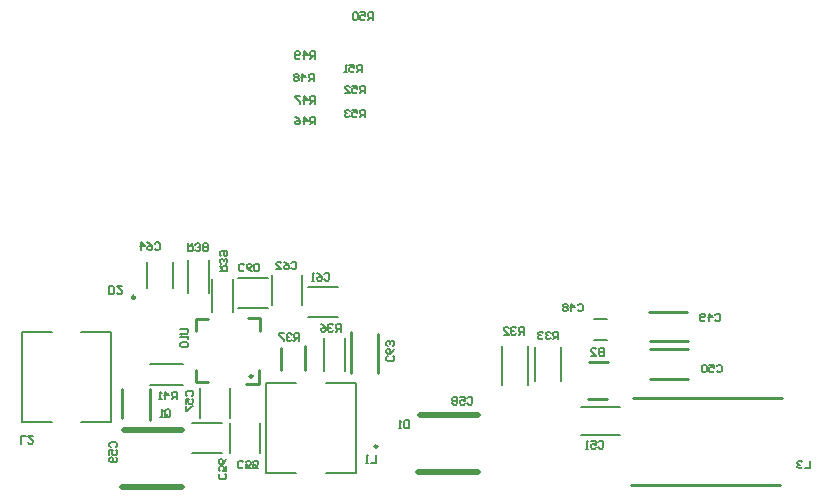
<source format=gbo>
G04*
G04 #@! TF.GenerationSoftware,Altium Limited,Altium Designer,22.0.2 (36)*
G04*
G04 Layer_Color=32896*
%FSLAX24Y24*%
%MOIN*%
G70*
G04*
G04 #@! TF.SameCoordinates,DE06566D-9B10-4468-8ADE-4E205E6E5B4C*
G04*
G04*
G04 #@! TF.FilePolarity,Positive*
G04*
G01*
G75*
%ADD10C,0.0098*%
%ADD11C,0.0079*%
%ADD13C,0.0100*%
%ADD16C,0.0050*%
%ADD90C,0.0200*%
%ADD111C,0.0059*%
D10*
X18628Y16214D02*
G03*
X18628Y16214I-49J0D01*
G01*
X26709Y11244D02*
G03*
X26709Y11244I-49J0D01*
G01*
X24280Y13795D02*
Y14583D01*
X23492Y13795D02*
Y14543D01*
D11*
X17846Y12054D02*
Y15046D01*
X14854Y12054D02*
Y15046D01*
X16842Y12054D02*
X17846D01*
X16842Y15046D02*
X17846D01*
X14854Y12054D02*
X15858D01*
X14854Y15046D02*
X15858D01*
X22052Y15854D02*
X23052D01*
X22052Y16854D02*
X23052D01*
X22806Y11027D02*
Y12027D01*
X21806Y11027D02*
Y12027D01*
X20537Y11014D02*
X21537D01*
X20537Y12014D02*
X21537D01*
X20781Y12205D02*
Y13205D01*
X21781Y12205D02*
Y13205D01*
X23182Y15956D02*
Y16956D01*
X24182Y15956D02*
Y16956D01*
X24384Y15567D02*
X25384D01*
X24384Y16567D02*
X25384D01*
X19040Y16526D02*
Y17392D01*
X19886Y16526D02*
Y17392D01*
X25991Y10373D02*
Y13365D01*
X22999Y10373D02*
Y13365D01*
X24987Y10373D02*
X25991D01*
X24987Y13365D02*
X25991D01*
X22999Y10373D02*
X24002D01*
X22999Y13365D02*
X24002D01*
X33932Y15504D02*
X34365D01*
X33932Y14796D02*
X34365D01*
X31745Y13303D02*
Y14605D01*
X30855Y13303D02*
Y14605D01*
X31974Y13428D02*
Y14572D01*
X32826Y13428D02*
Y14572D01*
X33498Y11635D02*
X34802D01*
X33498Y12565D02*
X34802D01*
D13*
X22548Y13583D02*
G03*
X22548Y13583I-50J0D01*
G01*
X18185Y12182D02*
Y13167D01*
X19130Y12143D02*
Y13167D01*
X22748Y13333D02*
Y13786D01*
X22345Y13333D02*
X22748D01*
X22401Y15533D02*
X22798D01*
Y15086D02*
Y15533D01*
X20648Y13383D02*
X21060D01*
X20648D02*
Y13786D01*
Y15483D02*
X21048D01*
X20648Y15083D02*
Y15483D01*
X26721Y13699D02*
Y14999D01*
X25821Y13699D02*
Y15049D01*
X33720Y12840D02*
X34350D01*
X33750Y14048D02*
X34380D01*
X35164Y9959D02*
X40124D01*
X35244Y12869D02*
X40194D01*
X35779Y15742D02*
X37039D01*
X35798Y14768D02*
X37058D01*
X35811Y13508D02*
X37071D01*
X35792Y14482D02*
X37052D01*
D16*
X19645Y12274D02*
Y12440D01*
X19686Y12482D01*
X19770D01*
X19811Y12440D01*
Y12274D01*
X19770Y12232D01*
X19686D01*
X19728Y12315D02*
X19645Y12232D01*
X19686D02*
X19645Y12274D01*
X19561Y12232D02*
X19478D01*
X19520D01*
Y12482D01*
X19561Y12440D01*
X24104Y14761D02*
Y15011D01*
X23979D01*
X23937Y14969D01*
Y14886D01*
X23979Y14844D01*
X24104D01*
X24021D02*
X23937Y14761D01*
X23854Y14969D02*
X23812Y15011D01*
X23729D01*
X23687Y14969D01*
Y14928D01*
X23729Y14886D01*
X23771D01*
X23729D01*
X23687Y14844D01*
Y14803D01*
X23729Y14761D01*
X23812D01*
X23854Y14803D01*
X23604Y15011D02*
X23438D01*
Y14969D01*
X23604Y14803D01*
Y14761D01*
X22269Y17124D02*
X22227Y17083D01*
X22144D01*
X22102Y17124D01*
Y17291D01*
X22144Y17333D01*
X22227D01*
X22269Y17291D01*
X22519Y17083D02*
X22436Y17124D01*
X22352Y17208D01*
Y17291D01*
X22394Y17333D01*
X22477D01*
X22519Y17291D01*
Y17249D01*
X22477Y17208D01*
X22352D01*
X22602Y17124D02*
X22644Y17083D01*
X22727D01*
X22769Y17124D01*
Y17291D01*
X22727Y17333D01*
X22644D01*
X22602Y17291D01*
Y17124D01*
X21633Y10333D02*
X21675Y10292D01*
Y10208D01*
X21633Y10167D01*
X21467D01*
X21425Y10208D01*
Y10292D01*
X21467Y10333D01*
X21675Y10583D02*
Y10417D01*
X21550D01*
X21592Y10500D01*
Y10542D01*
X21550Y10583D01*
X21467D01*
X21425Y10542D01*
Y10458D01*
X21467Y10417D01*
X21675Y10833D02*
X21633Y10750D01*
X21550Y10667D01*
X21467D01*
X21425Y10708D01*
Y10792D01*
X21467Y10833D01*
X21508D01*
X21550Y10792D01*
Y10667D01*
X22233Y10567D02*
X22192Y10525D01*
X22108D01*
X22067Y10567D01*
Y10733D01*
X22108Y10775D01*
X22192D01*
X22233Y10733D01*
X22483Y10525D02*
X22317D01*
Y10650D01*
X22400Y10608D01*
X22442D01*
X22483Y10650D01*
Y10733D01*
X22442Y10775D01*
X22358D01*
X22317Y10733D01*
X22733Y10525D02*
X22567D01*
Y10650D01*
X22650Y10608D01*
X22692D01*
X22733Y10650D01*
Y10733D01*
X22692Y10775D01*
X22608D01*
X22567Y10733D01*
X23839Y17364D02*
X23880Y17406D01*
X23964D01*
X24005Y17364D01*
Y17198D01*
X23964Y17156D01*
X23880D01*
X23839Y17198D01*
X23589Y17406D02*
X23672Y17364D01*
X23755Y17281D01*
Y17198D01*
X23714Y17156D01*
X23630D01*
X23589Y17198D01*
Y17239D01*
X23630Y17281D01*
X23755D01*
X23339Y17156D02*
X23505D01*
X23339Y17322D01*
Y17364D01*
X23380Y17406D01*
X23464D01*
X23505Y17364D01*
X24941Y16984D02*
X24983Y17026D01*
X25066D01*
X25108Y16984D01*
Y16818D01*
X25066Y16776D01*
X24983D01*
X24941Y16818D01*
X24691Y17026D02*
X24775Y16984D01*
X24858Y16901D01*
Y16818D01*
X24816Y16776D01*
X24733D01*
X24691Y16818D01*
Y16859D01*
X24733Y16901D01*
X24858D01*
X24608Y16776D02*
X24525D01*
X24566D01*
Y17026D01*
X24608Y16984D01*
X20359Y12924D02*
X20317Y12966D01*
Y13049D01*
X20359Y13091D01*
X20526D01*
X20567Y13049D01*
Y12966D01*
X20526Y12924D01*
X20317Y12674D02*
Y12841D01*
X20442D01*
X20401Y12758D01*
Y12716D01*
X20442Y12674D01*
X20526D01*
X20567Y12716D01*
Y12799D01*
X20526Y12841D01*
X20317Y12591D02*
Y12424D01*
X20359D01*
X20526Y12591D01*
X20567D01*
X20016Y12820D02*
Y13069D01*
X19891D01*
X19850Y13028D01*
Y12945D01*
X19891Y12903D01*
X20016D01*
X19933D02*
X19850Y12820D01*
X19641D02*
Y13069D01*
X19766Y12945D01*
X19600D01*
X19516Y12820D02*
X19433D01*
X19475D01*
Y13069D01*
X19516Y13028D01*
X21461Y17090D02*
X21711D01*
Y17215D01*
X21670Y17257D01*
X21586D01*
X21545Y17215D01*
Y17090D01*
Y17174D02*
X21461Y17257D01*
X21670Y17340D02*
X21711Y17382D01*
Y17465D01*
X21670Y17507D01*
X21628D01*
X21586Y17465D01*
Y17423D01*
Y17465D01*
X21545Y17507D01*
X21503D01*
X21461Y17465D01*
Y17382D01*
X21503Y17340D01*
Y17590D02*
X21461Y17632D01*
Y17715D01*
X21503Y17757D01*
X21670D01*
X21711Y17715D01*
Y17632D01*
X21670Y17590D01*
X21628D01*
X21586Y17632D01*
Y17757D01*
X20391Y18015D02*
Y17765D01*
X20516D01*
X20558Y17807D01*
Y17890D01*
X20516Y17932D01*
X20391D01*
X20474D02*
X20558Y18015D01*
X20641Y17807D02*
X20683Y17765D01*
X20766D01*
X20808Y17807D01*
Y17849D01*
X20766Y17890D01*
X20724D01*
X20766D01*
X20808Y17932D01*
Y17974D01*
X20766Y18015D01*
X20683D01*
X20641Y17974D01*
X20891Y17807D02*
X20933Y17765D01*
X21016D01*
X21058Y17807D01*
Y17849D01*
X21016Y17890D01*
X21058Y17932D01*
Y17974D01*
X21016Y18015D01*
X20933D01*
X20891Y17974D01*
Y17932D01*
X20933Y17890D01*
X20891Y17849D01*
Y17807D01*
X20933Y17890D02*
X21016D01*
X25483Y15075D02*
Y15325D01*
X25358D01*
X25317Y15283D01*
Y15200D01*
X25358Y15158D01*
X25483D01*
X25400D02*
X25317Y15075D01*
X25233Y15283D02*
X25192Y15325D01*
X25108D01*
X25067Y15283D01*
Y15242D01*
X25108Y15200D01*
X25150D01*
X25108D01*
X25067Y15158D01*
Y15117D01*
X25108Y15075D01*
X25192D01*
X25233Y15117D01*
X24817Y15325D02*
X24900Y15283D01*
X24983Y15200D01*
Y15117D01*
X24942Y15075D01*
X24858D01*
X24817Y15117D01*
Y15158D01*
X24858Y15200D01*
X24983D01*
X20142Y15169D02*
X20350D01*
X20392Y15127D01*
Y15044D01*
X20350Y15002D01*
X20142D01*
X20392Y14919D02*
Y14836D01*
Y14877D01*
X20142D01*
X20184Y14919D01*
Y14711D02*
X20142Y14669D01*
Y14586D01*
X20184Y14544D01*
X20350D01*
X20392Y14586D01*
Y14669D01*
X20350Y14711D01*
X20184D01*
X17817Y11217D02*
X17775Y11258D01*
Y11342D01*
X17817Y11383D01*
X17983D01*
X18025Y11342D01*
Y11258D01*
X17983Y11217D01*
X17775Y10967D02*
Y11133D01*
X17900D01*
X17858Y11050D01*
Y11008D01*
X17900Y10967D01*
X17983D01*
X18025Y11008D01*
Y11092D01*
X17983Y11133D01*
Y10883D02*
X18025Y10842D01*
Y10758D01*
X17983Y10717D01*
X17817D01*
X17775Y10758D01*
Y10842D01*
X17817Y10883D01*
X17858D01*
X17900Y10842D01*
Y10717D01*
X29711Y12850D02*
X29752Y12892D01*
X29836D01*
X29877Y12850D01*
Y12683D01*
X29836Y12642D01*
X29752D01*
X29711Y12683D01*
X29461Y12892D02*
X29628D01*
Y12767D01*
X29544Y12808D01*
X29503D01*
X29461Y12767D01*
Y12683D01*
X29503Y12642D01*
X29586D01*
X29628Y12683D01*
X29378Y12850D02*
X29336Y12892D01*
X29253D01*
X29211Y12850D01*
Y12808D01*
X29253Y12767D01*
X29211Y12725D01*
Y12683D01*
X29253Y12642D01*
X29336D01*
X29378Y12683D01*
Y12725D01*
X29336Y12767D01*
X29378Y12808D01*
Y12850D01*
X29336Y12767D02*
X29253D01*
X14814Y11338D02*
Y11587D01*
X14981D01*
X15231D02*
X15064D01*
X15231Y11421D01*
Y11379D01*
X15189Y11338D01*
X15106D01*
X15064Y11379D01*
X26651Y10958D02*
Y10708D01*
X26484D01*
X26401D02*
X26318D01*
X26359D01*
Y10958D01*
X26401Y10916D01*
X17778Y16330D02*
Y16580D01*
X17903D01*
X17945Y16538D01*
Y16372D01*
X17903Y16330D01*
X17778D01*
X18195Y16580D02*
X18028D01*
X18195Y16413D01*
Y16372D01*
X18153Y16330D01*
X18070D01*
X18028Y16372D01*
X27748Y12112D02*
Y11862D01*
X27623D01*
X27581Y11904D01*
Y12071D01*
X27623Y12112D01*
X27748D01*
X27498Y11862D02*
X27415D01*
X27456D01*
Y12112D01*
X27498Y12071D01*
X19288Y18005D02*
X19330Y18047D01*
X19413D01*
X19455Y18005D01*
Y17839D01*
X19413Y17797D01*
X19330D01*
X19288Y17839D01*
X19038Y18047D02*
X19121Y18005D01*
X19205Y17922D01*
Y17839D01*
X19163Y17797D01*
X19080D01*
X19038Y17839D01*
Y17880D01*
X19080Y17922D01*
X19205D01*
X18830Y17797D02*
Y18047D01*
X18955Y17922D01*
X18788D01*
X27217Y14253D02*
X27259Y14211D01*
Y14128D01*
X27217Y14086D01*
X27051D01*
X27009Y14128D01*
Y14211D01*
X27051Y14253D01*
X27259Y14503D02*
X27217Y14419D01*
X27134Y14336D01*
X27051D01*
X27009Y14378D01*
Y14461D01*
X27051Y14503D01*
X27092D01*
X27134Y14461D01*
Y14336D01*
X27217Y14586D02*
X27259Y14628D01*
Y14711D01*
X27217Y14753D01*
X27176D01*
X27134Y14711D01*
Y14669D01*
Y14711D01*
X27092Y14753D01*
X27051D01*
X27009Y14711D01*
Y14628D01*
X27051Y14586D01*
X26283Y22225D02*
Y22475D01*
X26158D01*
X26117Y22433D01*
Y22350D01*
X26158Y22308D01*
X26283D01*
X26200D02*
X26117Y22225D01*
X25867Y22475D02*
X26033D01*
Y22350D01*
X25950Y22392D01*
X25908D01*
X25867Y22350D01*
Y22267D01*
X25908Y22225D01*
X25992D01*
X26033Y22267D01*
X25783Y22433D02*
X25742Y22475D01*
X25658D01*
X25617Y22433D01*
Y22392D01*
X25658Y22350D01*
X25700D01*
X25658D01*
X25617Y22308D01*
Y22267D01*
X25658Y22225D01*
X25742D01*
X25783Y22267D01*
X26283Y23025D02*
Y23275D01*
X26158D01*
X26117Y23233D01*
Y23150D01*
X26158Y23108D01*
X26283D01*
X26200D02*
X26117Y23025D01*
X25867Y23275D02*
X26033D01*
Y23150D01*
X25950Y23192D01*
X25908D01*
X25867Y23150D01*
Y23067D01*
X25908Y23025D01*
X25992D01*
X26033Y23067D01*
X25617Y23025D02*
X25783D01*
X25617Y23192D01*
Y23233D01*
X25658Y23275D01*
X25742D01*
X25783Y23233D01*
X26192Y23725D02*
Y23975D01*
X26067D01*
X26025Y23933D01*
Y23850D01*
X26067Y23808D01*
X26192D01*
X26108D02*
X26025Y23725D01*
X25775Y23975D02*
X25942D01*
Y23850D01*
X25858Y23892D01*
X25817D01*
X25775Y23850D01*
Y23767D01*
X25817Y23725D01*
X25900D01*
X25942Y23767D01*
X25692Y23725D02*
X25608D01*
X25650D01*
Y23975D01*
X25692Y23933D01*
X26550Y25460D02*
Y25710D01*
X26425D01*
X26383Y25668D01*
Y25585D01*
X26425Y25543D01*
X26550D01*
X26467D02*
X26383Y25460D01*
X26133Y25710D02*
X26300D01*
Y25585D01*
X26217Y25627D01*
X26175D01*
X26133Y25585D01*
Y25502D01*
X26175Y25460D01*
X26258D01*
X26300Y25502D01*
X26050Y25668D02*
X26009Y25710D01*
X25925D01*
X25884Y25668D01*
Y25502D01*
X25925Y25460D01*
X26009D01*
X26050Y25502D01*
Y25668D01*
X24633Y24162D02*
Y24412D01*
X24508D01*
X24466Y24370D01*
Y24287D01*
X24508Y24245D01*
X24633D01*
X24550D02*
X24466Y24162D01*
X24258D02*
Y24412D01*
X24383Y24287D01*
X24216D01*
X24133Y24203D02*
X24091Y24162D01*
X24008D01*
X23966Y24203D01*
Y24370D01*
X24008Y24412D01*
X24091D01*
X24133Y24370D01*
Y24328D01*
X24091Y24287D01*
X23966D01*
X24583Y23425D02*
Y23675D01*
X24458D01*
X24417Y23633D01*
Y23550D01*
X24458Y23508D01*
X24583D01*
X24500D02*
X24417Y23425D01*
X24208D02*
Y23675D01*
X24333Y23550D01*
X24167D01*
X24083Y23633D02*
X24042Y23675D01*
X23958D01*
X23917Y23633D01*
Y23592D01*
X23958Y23550D01*
X23917Y23508D01*
Y23467D01*
X23958Y23425D01*
X24042D01*
X24083Y23467D01*
Y23508D01*
X24042Y23550D01*
X24083Y23592D01*
Y23633D01*
X24042Y23550D02*
X23958D01*
X24633Y22675D02*
Y22925D01*
X24508D01*
X24467Y22883D01*
Y22800D01*
X24508Y22758D01*
X24633D01*
X24550D02*
X24467Y22675D01*
X24258D02*
Y22925D01*
X24383Y22800D01*
X24217D01*
X24133Y22925D02*
X23967D01*
Y22883D01*
X24133Y22717D01*
Y22675D01*
X24633Y21981D02*
Y22231D01*
X24508D01*
X24466Y22190D01*
Y22106D01*
X24508Y22065D01*
X24633D01*
X24550D02*
X24466Y21981D01*
X24258D02*
Y22231D01*
X24383Y22106D01*
X24216D01*
X23966Y22231D02*
X24050Y22190D01*
X24133Y22106D01*
Y22023D01*
X24091Y21981D01*
X24008D01*
X23966Y22023D01*
Y22065D01*
X24008Y22106D01*
X24133D01*
X41123Y10764D02*
Y10515D01*
X40956D01*
X40873Y10723D02*
X40831Y10764D01*
X40748D01*
X40706Y10723D01*
Y10681D01*
X40748Y10639D01*
X40789D01*
X40748D01*
X40706Y10598D01*
Y10556D01*
X40748Y10515D01*
X40831D01*
X40873Y10556D01*
X34075Y11383D02*
X34117Y11425D01*
X34200D01*
X34242Y11383D01*
Y11217D01*
X34200Y11175D01*
X34117D01*
X34075Y11217D01*
X33825Y11425D02*
X33992D01*
Y11300D01*
X33908Y11342D01*
X33867D01*
X33825Y11300D01*
Y11217D01*
X33867Y11175D01*
X33950D01*
X33992Y11217D01*
X33742Y11175D02*
X33658D01*
X33700D01*
Y11425D01*
X33742Y11383D01*
X34258Y14525D02*
Y14275D01*
X34133D01*
X34092Y14317D01*
Y14358D01*
X34133Y14400D01*
X34258D01*
X34133D01*
X34092Y14442D01*
Y14483D01*
X34133Y14525D01*
X34258D01*
X33842Y14275D02*
X34008D01*
X33842Y14442D01*
Y14483D01*
X33883Y14525D01*
X33967D01*
X34008Y14483D01*
X32733Y14825D02*
Y15075D01*
X32608D01*
X32567Y15033D01*
Y14950D01*
X32608Y14908D01*
X32733D01*
X32650D02*
X32567Y14825D01*
X32483Y15033D02*
X32442Y15075D01*
X32358D01*
X32317Y15033D01*
Y14992D01*
X32358Y14950D01*
X32400D01*
X32358D01*
X32317Y14908D01*
Y14867D01*
X32358Y14825D01*
X32442D01*
X32483Y14867D01*
X32233Y15033D02*
X32192Y15075D01*
X32108D01*
X32067Y15033D01*
Y14992D01*
X32108Y14950D01*
X32150D01*
X32108D01*
X32067Y14908D01*
Y14867D01*
X32108Y14825D01*
X32192D01*
X32233Y14867D01*
X31583Y14975D02*
Y15225D01*
X31458D01*
X31417Y15183D01*
Y15100D01*
X31458Y15058D01*
X31583D01*
X31500D02*
X31417Y14975D01*
X31333Y15183D02*
X31292Y15225D01*
X31208D01*
X31167Y15183D01*
Y15142D01*
X31208Y15100D01*
X31250D01*
X31208D01*
X31167Y15058D01*
Y15017D01*
X31208Y14975D01*
X31292D01*
X31333Y15017D01*
X30917Y14975D02*
X31083D01*
X30917Y15142D01*
Y15183D01*
X30958Y15225D01*
X31042D01*
X31083Y15183D01*
X38017Y13933D02*
X38058Y13975D01*
X38142D01*
X38183Y13933D01*
Y13767D01*
X38142Y13725D01*
X38058D01*
X38017Y13767D01*
X37767Y13975D02*
X37933D01*
Y13850D01*
X37850Y13892D01*
X37808D01*
X37767Y13850D01*
Y13767D01*
X37808Y13725D01*
X37892D01*
X37933Y13767D01*
X37683Y13933D02*
X37642Y13975D01*
X37558D01*
X37517Y13933D01*
Y13767D01*
X37558Y13725D01*
X37642D01*
X37683Y13767D01*
Y13933D01*
X37967Y15633D02*
X38008Y15675D01*
X38092D01*
X38133Y15633D01*
Y15467D01*
X38092Y15425D01*
X38008D01*
X37967Y15467D01*
X37758Y15425D02*
Y15675D01*
X37883Y15550D01*
X37717D01*
X37633Y15467D02*
X37592Y15425D01*
X37508D01*
X37467Y15467D01*
Y15633D01*
X37508Y15675D01*
X37592D01*
X37633Y15633D01*
Y15592D01*
X37592Y15550D01*
X37467D01*
X33384Y15964D02*
X33426Y16006D01*
X33509D01*
X33551Y15964D01*
Y15798D01*
X33509Y15756D01*
X33426D01*
X33384Y15798D01*
X33176Y15756D02*
Y16006D01*
X33301Y15881D01*
X33134D01*
X33051Y15964D02*
X33009Y16006D01*
X32926D01*
X32884Y15964D01*
Y15923D01*
X32926Y15881D01*
X32884Y15839D01*
Y15798D01*
X32926Y15756D01*
X33009D01*
X33051Y15798D01*
Y15839D01*
X33009Y15881D01*
X33051Y15923D01*
Y15964D01*
X33009Y15881D02*
X32926D01*
D90*
X18208Y9892D02*
X20208D01*
X18258Y11792D02*
X20208D01*
X28116Y12298D02*
X30066D01*
X28066Y10398D02*
X30066D01*
D111*
X21213Y15735D02*
Y16835D01*
X21913Y15735D02*
Y16835D01*
X19138Y13978D02*
X20238D01*
X19138Y13278D02*
X20238D01*
X20401Y16375D02*
Y17475D01*
X21101Y16375D02*
Y17475D01*
X25646Y13761D02*
Y14861D01*
X24946Y13761D02*
Y14861D01*
M02*

</source>
